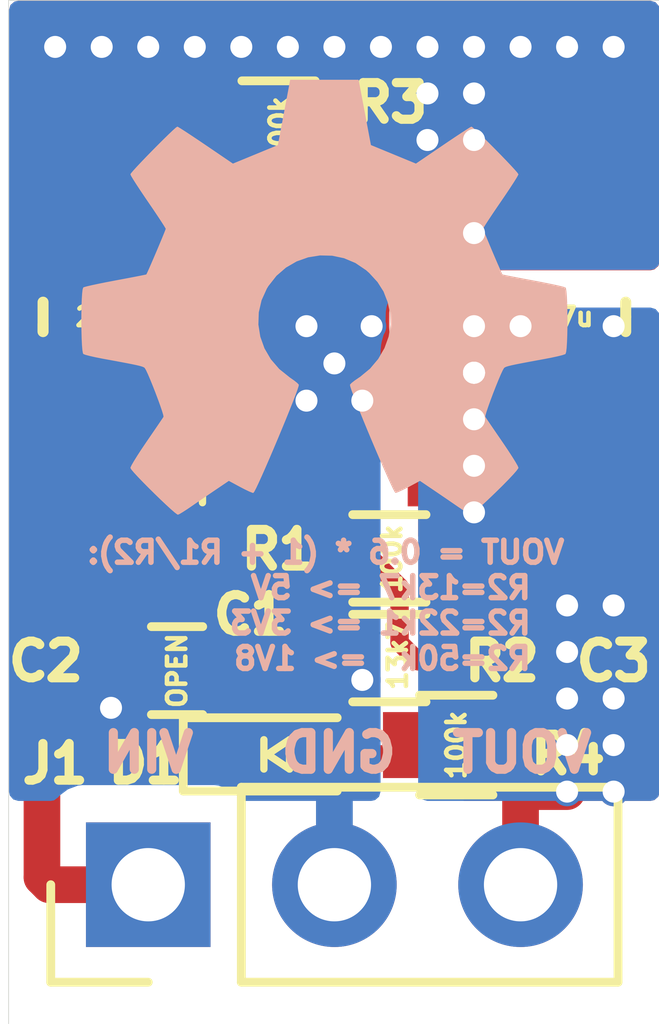
<source format=kicad_pcb>
(kicad_pcb (version 20221018) (generator pcbnew)
  (layers (0 "F.Cu" power) (31 "B.Cu" power) (34 "B.Paste" user) (35 "F.Paste" user) (36 "B.SilkS" user "B.Silkscreen") (37 "F.SilkS" user "F.Silkscreen") (38 "B.Mask" user) (39 "F.Mask" user) (44 "Edge.Cuts" user))
  (net 0 "")
  (net 1 "Net-(A1-Pad6)")
  (net 2 "GND")
  (net 3 "+5V")
  (net 4 "VCC")
  (net 5 "/EN")
  (net 6 "/FB")
  (net 7 "/PGOOD")
  (net 8 "/SS")
  (net 9 "Net-(D1-Pad2)")
  (footprint "Resistors_SMD:R_0603" (layer "F.Cu") (at 47.498 48.133)
    (fp_text reference "R3" (at 1.524 -0.381) (layer "F.SilkS") (effects (font (size 0.5 0.5) (thickness 0.125))))
    (fp_text value "100k" (at 0.012 0 90) (layer "F.SilkS") (effects (font (size 0.25 0.25) (thickness 0.0625))))
    (fp_line (start -0.5 -0.68) (end 0.5 -0.68) (stroke (width 0.12)) (layer "F.SilkS"))
    (fp_line (start 0.5 0.68) (end -0.5 0.68) (stroke (width 0.12)) (layer "F.SilkS"))
    (pad "1" smd rect (at -0.75 0) (size 0.5 0.9) (layers "F.Cu" "F.Paste" "F.Mask") (net 4 "VCC"))
    (pad "2" smd rect (at 0.75 0) (size 0.5 0.9) (layers "F.Cu" "F.Paste" "F.Mask") (net 5 "/EN"))
  )
  (footprint "Pin_Headers:Pin_Header_Straight_1x03_Pitch2.54mm" (layer "F.Cu") (at 45.72 58.42 90)
    (fp_text reference "J1" (at 1.651 -1.27 180) (layer "F.SilkS") (effects (font (size 0.5 0.5) (thickness 0.125))))
    (fp_text value "Conn_01x03" hide)
    (fp_text user "VIN" (at 1.8 0 180) (layer "B.SilkS") (effects (font (size 0.5 0.5) (thickness 0.125)) (justify mirror)))
    (fp_text user "GND" (at 1.8 2.6 180) (layer "B.SilkS") (effects (font (size 0.5 0.5) (thickness 0.125)) (justify mirror)))
    (fp_text user "VOUT" (at 1.8 5.1 180) (layer "B.SilkS") (effects (font (size 0.5 0.5) (thickness 0.125)) (justify mirror)))
    (fp_line (start -1.33 -1.33) (end 0 -1.33) (stroke (width 0.12)) (layer "F.SilkS"))
    (fp_line (start -1.33 0) (end -1.33 -1.33) (stroke (width 0.12)) (layer "F.SilkS"))
    (fp_line (start -1.33 1.27) (end -1.33 6.41) (stroke (width 0.12)) (layer "F.SilkS"))
    (fp_line (start -1.33 1.27) (end 1.33 1.27) (stroke (width 0.12)) (layer "F.SilkS"))
    (fp_line (start -1.33 6.41) (end 1.33 6.41) (stroke (width 0.12)) (layer "F.SilkS"))
    (fp_line (start 1.33 1.27) (end 1.33 6.41) (stroke (width 0.12)) (layer "F.SilkS"))
    (pad "1" thru_hole rect (at 0 0 90) (size 1.7 1.7) (drill 1) (layers "*.Cu" "*.Mask") (net 4 "VCC"))
    (pad "2" thru_hole oval (at 0 2.54 90) (size 1.7 1.7) (drill 1) (layers "*.Cu" "*.Mask") (net 2 "GND"))
    (pad "3" thru_hole oval (at 0 5.08 90) (size 1.7 1.7) (drill 1) (layers "*.Cu" "*.Mask") (net 3 "+5V"))
  )
  (footprint "Power_Module_SMD_Cyntec_MUN12AD:QFN-8-3EP_3.4x3.4x1.4mm_P0.8mm_Cyntec_MUN12AD03-SH" (layer "F.Cu") (at 48.26 51.308 90)
    (fp_text reference "A1" (at 2.3114 -1.651 180) (layer "F.SilkS") (effects (font (size 0.5 0.5) (thickness 0.125))))
    (fp_text value "MUN12AD03-SH" (at 2.2098 0.6096 180) (layer "F.SilkS") (effects (font (size 0.25 0.25) (thickness 0.0625))))
    (fp_line (start -1.7 1.8) (end 1.7 1.8) (stroke (width 0.1)) (layer "F.SilkS"))
    (fp_line (start 1.7 -1.8) (end -1.9 -1.8) (stroke (width 0.1)) (layer "F.SilkS"))
    (pad "1" smd rect (at -1.6 -1.2 90) (size 0.7 0.4) (layers "F.Cu" "F.Paste" "F.Mask") (net 8 "/SS"))
    (pad "2" smd rect (at -1.6 0.4 90) (size 0.7 0.4) (layers "F.Cu" "F.Paste" "F.Mask") (net 6 "/FB"))
    (pad "3" smd rect (at -1.6 -0.4 90) (size 0.7 0.4) (layers "F.Cu" "F.Paste" "F.Mask") (net 7 "/PGOOD"))
    (pad "4" smd rect (at -1.6 1.2 90) (size 0.7 0.4) (layers "F.Cu" "F.Paste" "F.Mask") (net 3 "+5V"))
    (pad "5" smd rect (at 1.6 1.2 90) (size 0.7 0.4) (layers "F.Cu" "F.Paste" "F.Mask") (net 2 "GND"))
    (pad "6" smd rect (at 1.6 0.4 90) (size 0.7 0.4) (layers "F.Cu" "F.Paste" "F.Mask") (net 1 "Net-(A1-Pad6)"))
    (pad "7" smd rect (at 1.6 -0.4 90) (size 0.7 0.4) (layers "F.Cu" "F.Paste" "F.Mask") (net 5 "/EN"))
    (pad "8" smd rect (at 1.6 -1.2 90) (size 0.7 0.4) (layers "F.Cu" "F.Paste" "F.Mask") (net 4 "VCC"))
    (pad "9" smd rect (at 0 1.375 90) (size 1.2 0.55) (layers "F.Cu" "F.Paste" "F.Mask") (net 3 "+5V"))
    (pad "10" smd custom (at 0 0 90) (size 1.8 1) (layers "F.Cu" "F.Paste" "F.Mask") (net 2 "GND") (options (clearance outline) (anchor rect)) (primitives (gr_poly (pts (xy -0.9 -0.5) (xy -0.65 -0.75) (xy 0.9 -0.75) (xy 0.9 0.75) (xy -0.9 0.75)) (width 0) (fill yes))))
    (pad "11" smd rect (at -0.05 -1.375 90) (size 1.2 0.55) (layers "F.Cu" "F.Paste" "F.Mask") (net 2 "GND"))
  )
  (footprint "Resistors_SMD:R_0603" (layer "F.Cu") (at 49.01 55.245 180)
    (fp_text reference "R2" (at -1.536 -0.127) (layer "F.SilkS") (effects (font (size 0.5 0.5) (thickness 0.125))))
    (fp_text value "13k7" (at -0.1136 -0.0508 270) (layer "F.SilkS") (effects (font (size 0.25 0.25) (thickness 0.0625))))
    (fp_line (start -0.5 -0.68) (end 0.5 -0.68) (stroke (width 0.12)) (layer "F.SilkS"))
    (fp_line (start 0.5 0.68) (end -0.5 0.68) (stroke (width 0.12)) (layer "F.SilkS"))
    (pad "1" smd rect (at -0.75 0 180) (size 0.5 0.9) (layers "F.Cu" "F.Paste" "F.Mask") (net 6 "/FB"))
    (pad "2" smd rect (at 0.75 0 180) (size 0.5 0.9) (layers "F.Cu" "F.Paste" "F.Mask") (net 2 "GND"))
  )
  (footprint "Resistors_SMD:R_0603" (layer "F.Cu") (at 49.01 54.0512 180)
    (fp_text reference "R1" (at 1.512 0.2032 180) (layer "F.SilkS") (effects (font (size 0.5 0.5) (thickness 0.125))))
    (fp_text value "100k" (at -0.0374 0.0762 270) (layer "F.SilkS") (effects (font (size 0.25 0.25) (thickness 0.0625))))
    (fp_line (start -0.5 -0.68) (end 0.5 -0.68) (stroke (width 0.12)) (layer "F.SilkS"))
    (fp_line (start 0.5 0.68) (end -0.5 0.68) (stroke (width 0.12)) (layer "F.SilkS"))
    (pad "1" smd rect (at -0.75 0 180) (size 0.5 0.9) (layers "F.Cu" "F.Paste" "F.Mask") (net 3 "+5V"))
    (pad "2" smd rect (at 0.75 0 180) (size 0.5 0.9) (layers "F.Cu" "F.Paste" "F.Mask") (net 6 "/FB"))
  )
  (footprint "Resistors_SMD:R_0603" (layer "F.Cu") (at 49.923 56.515)
    (fp_text reference "R4" (at 1.524 0.127) (layer "F.SilkS") (effects (font (size 0.5 0.5) (thickness 0.125))))
    (fp_text value "100k" (at 0 0 90) (layer "F.SilkS") (effects (font (size 0.25 0.25) (thickness 0.0625))))
    (fp_line (start -0.5 -0.68) (end 0.5 -0.68) (stroke (width 0.12)) (layer "F.SilkS"))
    (fp_line (start 0.5 0.68) (end -0.5 0.68) (stroke (width 0.12)) (layer "F.SilkS"))
    (pad "1" smd rect (at -0.75 0) (size 0.5 0.9) (layers "F.Cu" "F.Paste" "F.Mask") (net 9 "Net-(D1-Pad2)"))
    (pad "2" smd rect (at 0.75 0) (size 0.5 0.9) (layers "F.Cu" "F.Paste" "F.Mask") (net 3 "+5V"))
  )
  (footprint "Capacitors_SMD:C_0603" (layer "F.Cu") (at 46.113 55.499 180)
    (fp_text reference "C1" (at -1.004 0.762) (layer "F.SilkS") (effects (font (size 0.5 0.5) (thickness 0.125))))
    (fp_text value "OPEN" (at 0 0 -90) (layer "F.SilkS") (effects (font (size 0.25 0.25) (thickness 0.0625))))
    (fp_line (start -0.35 -0.6) (end 0.35 -0.6) (stroke (width 0.12)) (layer "F.SilkS"))
    (fp_line (start 0.35 0.6) (end -0.35 0.6) (stroke (width 0.12)) (layer "F.SilkS"))
    (pad "1" smd rect (at -0.75 0 180) (size 0.8 0.75) (layers "F.Cu" "F.Paste" "F.Mask") (net 8 "/SS"))
    (pad "2" smd rect (at 0.75 0 180) (size 0.8 0.75) (layers "F.Cu" "F.Paste" "F.Mask") (net 2 "GND"))
  )
  (footprint "Resistors_Universal:Resistor_SMDuniversal_0805to1206_HandSoldering" (layer "F.Cu") (at 45.085 50.673 90)
    (fp_text reference "C2" (at -4.699 -0.762) (layer "F.SilkS") (effects (font (size 0.5 0.5) (thickness 0.125))))
    (fp_text value "22u" (at 0 0) (layer "F.SilkS") (effects (font (size 0.25 0.25) (thickness 0.0625))))
    (fp_line (start -0.20066 -0.8001) (end 0.20066 -0.8001) (stroke (width 0.15)) (layer "F.SilkS"))
    (fp_line (start -0.09906 -0.8001) (end -0.20066 -0.8001) (stroke (width 0.15)) (layer "F.SilkS"))
    (fp_line (start 0 0.8001) (end -0.20066 0.8001) (stroke (width 0.15)) (layer "F.SilkS"))
    (fp_line (start 0 0.8001) (end 0.20066 0.8001) (stroke (width 0.15)) (layer "F.SilkS"))
    (pad "1" smd trapezoid (at -2.413 0 90) (size 3.50012 1.99898) (rect_delta 0.39878 0) (layers "F.Cu" "F.Paste" "F.Mask") (net 4 "VCC"))
    (pad "2" smd trapezoid (at 2.413 0 270) (size 3.50012 1.99898) (rect_delta 0.39878 0) (layers "F.Cu" "F.Paste" "F.Mask") (net 2 "GND"))
  )
  (footprint "Resistors_Universal:Resistor_SMDuniversal_0805to1206_HandSoldering" (layer "F.Cu") (at 51.435 50.673 90)
    (fp_text reference "C3" (at -4.699 0.635 180) (layer "F.SilkS") (effects (font (size 0.5 0.5) (thickness 0.125))))
    (fp_text value "47u" (at 0 0 180) (layer "F.SilkS") (effects (font (size 0.25 0.25) (thickness 0.0625))))
    (fp_line (start -0.20066 -0.8001) (end 0.20066 -0.8001) (stroke (width 0.15)) (layer "F.SilkS"))
    (fp_line (start -0.09906 -0.8001) (end -0.20066 -0.8001) (stroke (width 0.15)) (layer "F.SilkS"))
    (fp_line (start 0 0.8001) (end -0.20066 0.8001) (stroke (width 0.15)) (layer "F.SilkS"))
    (fp_line (start 0 0.8001) (end 0.20066 0.8001) (stroke (width 0.15)) (layer "F.SilkS"))
    (pad "1" smd trapezoid (at -2.413 0 90) (size 3.50012 1.99898) (rect_delta 0.39878 0) (layers "F.Cu" "F.Paste" "F.Mask") (net 3 "+5V"))
    (pad "2" smd trapezoid (at 2.413 0 270) (size 3.50012 1.99898) (rect_delta 0.39878 0) (layers "F.Cu" "F.Paste" "F.Mask") (net 2 "GND"))
  )
  (footprint "LEDs:LED_0603" (layer "F.Cu") (at 47.498 56.642)
    (fp_text reference "D1" (at -1.816 0.127) (layer "F.SilkS") (effects (font (size 0.5 0.5) (thickness 0.125))))
    (fp_text value "LED")
    (fp_line (start -1.3 -0.5) (end -1.3 0.5) (stroke (width 0.12)) (layer "F.SilkS"))
    (fp_line (start -1.3 -0.5) (end 0.8 -0.5) (stroke (width 0.12)) (layer "F.SilkS"))
    (fp_line (start -1.3 0.5) (end 0.8 0.5) (stroke (width 0.12)) (layer "F.SilkS"))
    (fp_line (start -0.2 -0.2) (end -0.2 0.2) (stroke (width 0.1)) (layer "F.SilkS"))
    (fp_line (start -0.15 0) (end 0.15 -0.2) (stroke (width 0.1)) (layer "F.SilkS"))
    (fp_line (start 0.15 -0.2) (end 0.15 0.2) (stroke (width 0.1)) (layer "F.SilkS"))
    (fp_line (start 0.15 0.2) (end -0.15 0) (stroke (width 0.1)) (layer "F.SilkS"))
    (pad "1" smd rect (at -0.8 0 180) (size 0.8 0.8) (layers "F.Cu" "F.Paste" "F.Mask") (net 7 "/PGOOD"))
    (pad "2" smd rect (at 0.8 0 180) (size 0.8 0.8) (layers "F.Cu" "F.Paste" "F.Mask") (net 9 "Net-(D1-Pad2)"))
  )
  (footprint "Symbols:OSHW-Symbol_6.7x6mm_SilkScreen" (layer "B.Cu") (at 48.133 50.419 180)
    (fp_text reference "REF***" hide)
    (fp_text value "OSHW-Symbol_6.7x6mm_SilkScreen" hide)
    (fp_poly (pts (xy 0.555814 2.531069) (xy 0.639635 2.086445) (xy 0.94892 1.958947) (xy 1.258206 1.831449) (xy 1.629246 2.083754) (xy 1.733157 2.154004) (xy 1.827087 2.216728) (xy 1.906652 2.269062) (xy 1.96747 2.308143) (xy 2.005157 2.331107) (xy 2.015421 2.336058) (xy 2.03391 2.323324) (xy 2.07342 2.288118) (xy 2.129522 2.234938) (xy 2.197787 2.168282) (xy 2.273786 2.092646) (xy 2.353092 2.012528) (xy 2.431275 1.932426) (xy 2.503907 1.856836) (xy 2.566559 1.790255) (xy 2.614803 1.737182) (xy 2.64421 1.702113) (xy 2.651241 1.690377) (xy 2.641123 1.66874) (xy 2.612759 1.621338) (xy 2.569129 1.552807) (xy 2.513218 1.467785) (xy 2.448006 1.370907) (xy 2.410219 1.31565) (xy 2.341343 1.214752) (xy 2.28014 1.123701) (xy 2.229578 1.04703) (xy 2.192628 0.989272) (xy 2.172258 0.954957) (xy 2.169197 0.947746) (xy 2.176136 0.927252) (xy 2.195051 0.879487) (xy 2.223087 0.811168) (xy 2.257391 0.729011) (xy 2.295109 0.63973) (xy 2.333387 0.550042) (xy 2.36937 0.466662) (xy 2.400206 0.396306) (xy 2.423039 0.34569) (xy 2.435017 0.321529) (xy 2.435724 0.320578) (xy 2.454531 0.315964) (xy 2.504618 0.305672) (xy 2.580793 0.290713) (xy 2.677865 0.272099) (xy 2.790643 0.250841) (xy 2.856442 0.238582) (xy 2.97695 0.215638) (xy 3.085797 0.193805) (xy 3.177476 0.174278) (xy 3.246481 0.158252) (xy 3.287304 0.146921) (xy 3.295511 0.143326) (xy 3.303548 0.118994) (xy 3.310033 0.064041) (xy 3.31497 -0.015108) (xy 3.318364 -0.112026) (xy 3.320218 -0.220287) (xy 3.320538 -0.333465) (xy 3.319327 -0.445135) (xy 3.31659 -0.548868) (xy 3.312331 -0.638241) (xy 3.306555 -0.706826) (xy 3.299267 -0.748197) (xy 3.294895 -0.75681) (xy 3.268764 -0.767133) (xy 3.213393 -0.781892) (xy 3.136107 -0.799352) (xy 3.04423 -0.81778) (xy 3.012158 -0.823741) (xy 2.857524 -0.852066) (xy 2.735375 -0.874876) (xy 2.641673 -0.89308) (xy 2.572384 -0.907583) (xy 2.523471 -0.919292) (xy 2.490897 -0.929115) (xy 2.470628 -0.937956) (xy 2.458626 -0.946724) (xy 2.456947 -0.948457) (xy 2.440184 -0.976371) (xy 2.414614 -1.030695) (xy 2.382788 -1.104777) (xy 2.34726 -1.191965) (xy 2.310583 -1.285608) (xy 2.275311 -1.379052) (xy 2.243996 -1.465647) (xy 2.219193 -1.53874) (xy 2.203454 -1.591678) (xy 2.199332 -1.617811) (xy 2.199676 -1.618726) (xy 2.213641 -1.640086) (xy 2.245322 -1.687084) (xy 2.291391 -1.754827) (xy 2.348518 -1.838423) (xy 2.413373 -1.932982) (xy 2.431843 -1.959854) (xy 2.497699 -2.057275) (xy 2.55565 -2.146163) (xy 2.602538 -2.221412) (xy 2.635207 -2.27792) (xy 2.6505 -2.310581) (xy 2.651241 -2.314593) (xy 2.638392 -2.335684) (xy 2.602888 -2.377464) (xy 2.549293 -2.435445) (xy 2.482171 -2.505135) (xy 2.406087 -2.582045) (xy 2.325604 -2.661683) (xy 2.245287 -2.739561) (xy 2.169699 -2.811186) (xy 2.103405 -2.87207) (xy 2.050969 -2.917721) (xy 2.016955 -2.94365) (xy 2.007545 -2.947883) (xy 1.985643 -2.937912) (xy 1.9408 -2.91102) (xy 1.880321 -2.871736) (xy 1.833789 -2.840117) (xy 1.749475 -2.782098) (xy 1.649626 -2.713784) (xy 1.549473 -2.645579) (xy 1.495627 -2.609075) (xy 1.313371 -2.4858) (xy 1.160381 -2.56852) (xy 1.090682 -2.604759) (xy 1.031414 -2.632926) (xy 0.991311 -2.648991) (xy 0.981103 -2.651226) (xy 0.968829 -2.634722) (xy 0.944613 -2.588082) (xy 0.910263 -2.515609) (xy 0.867588 -2.421606) (xy 0.818394 -2.310374) (xy 0.76449 -2.186215) (xy 0.707684 -2.053432) (xy 0.649782 -1.916327) (xy 0.592593 -1.779202) (xy 0.537924 -1.646358) (xy 0.487584 -1.522098) (xy 0.44338 -1.410725) (xy 0.407119 -1.316539) (xy 0.380609 -1.243844) (xy 0.365658 -1.196941) (xy 0.363254 -1.180833) (xy 0.382311 -1.160286) (xy 0.424036 -1.126933) (xy 0.479706 -1.087702) (xy 0.484378 -1.084599) (xy 0.628264 -0.969423) (xy 0.744283 -0.835053) (xy 0.83143 -0.685784) (xy 0.888699 -0.525913) (xy 0.915086 -0.359737) (xy 0.909585 -0.191552) (xy 0.87119 -0.025655) (xy 0.798895 0.133658) (xy 0.777626 0.168513) (xy 0.666996 0.309263) (xy 0.536302 0.422286) (xy 0.390064 0.506997) (xy 0.232808 0.562806) (xy 0.069057 0.589126) (xy -0.096667 0.58537) (xy -0.259838 0.55095) (xy -0.415935 0.485277) (xy -0.560433 0.387765) (xy -0.605131 0.348187) (xy -0.718888 0.224297) (xy -0.801782 0.093876) (xy -0.858644 -0.052315) (xy -0.890313 -0.197088) (xy -0.898131 -0.35986) (xy -0.872062 -0.52344) (xy -0.814755 -0.682298) (xy -0.728856 -0.830906) (xy -0.617014 -0.963735) (xy -0.481877 -1.075256) (xy -0.464117 -1.087011) (xy -0.40785 -1.125508) (xy -0.365077 -1.158863) (xy -0.344628 -1.18016) (xy -0.344331 -1.180833) (xy -0.348721 -1.203871) (xy -0.366124 -1.256157) (xy -0.394732 -1.33339) (xy -0.432735 -1.431268) (xy -0.478326 -1.545491) (xy -0.529697 -1.671758) (xy -0.585038 -1.805767) (xy -0.642542 -1.943218) (xy -0.700399 -2.079808) (xy -0.756802 -2.211237) (xy -0.809942 -2.333205) (xy -0.85801 -2.441409) (xy -0.899199 -2.531549) (xy -0.931699 -2.599323) (xy -0.953703 -2.64043) (xy -0.962564 -2.651226) (xy -0.98964 -2.642819) (xy -1.040303 -2.620272) (xy -1.105817 -2.587613) (xy -1.141841 -2.56852) (xy -1.294832 -2.4858) (xy -1.477088 -2.609075) (xy -1.570125 -2.672228) (xy -1.671985 -2.741727) (xy -1.767438 -2.807165) (xy -1.81525 -2.840117) (xy -1.882495 -2.885273) (xy -1.939436 -2.921057) (xy -1.978646 -2.942938) (xy -1.991381 -2.947563) (xy -2.009917 -2.935085) (xy -2.050941 -2.900252) (xy -2.110475 -2.846678) (xy -2.184542 -2.777983) (xy -2.269165 -2.697781) (xy -2.322685 -2.646286) (xy -2.416319 -2.554286) (xy -2.497241 -2.471999) (xy -2.562177 -2.402945) (xy -2.607858 -2.350644) (xy -2.631011 -2.318616) (xy -2.633232 -2.312116) (xy -2.622924 -2.287394) (xy -2.594439 -2.237405) (xy -2.550937 -2.167212) (xy -2.495577 -2.081875) (xy -2.43152 -1.986456) (xy -2.413303 -1.959854) (xy -2.346927 -1.863167) (xy -2.287378 -1.776117) (xy -2.237984 -1.703595) (xy -2.202075 -1.650493) (xy -2.182981 -1.621703) (xy -2.181136 -1.618726) (xy -2.183895 -1.595782) (xy -2.198538 -1.545336) (xy -2.222513 -1.474041) (xy -2.253266 -1.388547) (xy -2.288244 -1.295507) (xy -2.324893 -1.201574) (xy -2.360661 -1.113399) (xy -2.392994 -1.037634) (xy -2.419338 -0.980931) (xy -2.437142 -0.949943) (xy -2.438407 -0.948457) (xy -2.449294 -0.939601) (xy -2.467682 -0.930843) (xy -2.497606 -0.921277) (xy -2.543103 -0.909996) (xy -2.608209 -0.896093) (xy -2.696961 -0.878663) (xy -2.813393 -0.856798) (xy -2.961542 -0.829591) (xy -2.993618 -0.823741) (xy -3.088686 -0.805374) (xy -3.171565 -0.787405) (xy -3.23493 -0.771569) (xy -3.271458 -0.7596) (xy -3.276356 -0.75681) (xy -3.284427 -0.732072) (xy -3.290987 -0.67679) (xy -3.296033 -0.597389) (xy -3.299559 -0.500296) (xy -3.301561 -0.391938) (xy -3.302036 -0.27874) (xy -3.300977 -0.167128) (xy -3.298382 -0.063529) (xy -3.294246 0.025632) (xy -3.288563 0.093928) (xy -3.281331 0.134934) (xy -3.276971 0.143326) (xy -3.252698 0.151792) (xy -3.197426 0.165565) (xy -3.116662 0.18345) (xy -3.015912 0.204252) (xy -2.900683 0.226777) (xy -2.837902 0.238582) (xy -2.718787 0.260849) (xy -2.612565 0.281021) (xy -2.524427 0.298085) (xy -2.459566 0.311031) (xy -2.423174 0.318845) (xy -2.417184 0.320578) (xy -2.407061 0.34011) (xy -2.385662 0.387157) (xy -2.355839 0.454997) (xy -2.320445 0.536909) (xy -2.282332 0.626172) (xy -2.244353 0.716065) (xy -2.20936 0.799865) (xy -2.180206 0.870853) (xy -2.159743 0.922306) (xy -2.150823 0.947503) (xy -2.150657 0.948604) (xy -2.160769 0.968481) (xy -2.189117 1.014223) (xy -2.232723 1.081283) (xy -2.288606 1.165116) (xy -2.353787 1.261174) (xy -2.391679 1.31635) (xy -2.460725 1.417519) (xy -2.52205 1.50937) (xy -2.572663 1.587256) (xy -2.609571 1.646531) (xy -2.629782 1.682549) (xy -2.632701 1.690623) (xy -2.620153 1.709416) (xy -2.585463 1.749543) (xy -2.533063 1.806507) (xy -2.467384 1.875815) (xy -2.392856 1.952969) (xy -2.313913 2.033475) (xy -2.234983 2.112837) (xy -2.1605 2.18656) (xy -2.094894 2.250148) (xy -2.042596 2.299106) (xy -2.008039 2.328939) (xy -1.996478 2.336058) (xy -1.977654 2.326047) (xy -1.932631 2.297922) (xy -1.865787 2.254546) (xy -1.781499 2.198782) (xy -1.684144 2.133494) (xy -1.610707 2.083754) (xy -1.239667 1.831449) (xy -0.621095 2.086445) (xy -0.537275 2.531069) (xy -0.453454 2.975693) (xy 0.471994 2.975693) (xy 0.555814 2.531069)) (stroke (width 0.01)) (fill solid) (layer "B.SilkS"))
  )
  (gr_line (start 43.815 60.325) (end 52.705 60.325) (stroke (width 0.01)) (layer "Edge.Cuts"))
  (gr_line (start 43.815 60.325) (end 43.815 46.355) (stroke (width 0.01)) (layer "Edge.Cuts"))
  (gr_line (start 52.705 46.355) (end 52.705 60.325) (stroke (width 0.01)) (layer "Edge.Cuts"))
  (gr_line (start 43.815 46.355) (end 52.705 46.355) (stroke (width 0.01)) (layer "Edge.Cuts"))
  (gr_text "VOUT = 0.6 * (1 + R1/R2):\n  R2=13k7 => 5V\n  R2=22k1 => 3V3\n  R2=50k  => 1V8" (at 51.435 54.61) (layer "B.SilkS") (effects (font (size 0.3 0.3) (thickness 0.075)) (justify left mirror)))
  (segment (start 45.224 55.995) (end 45.212 56.007) (width 0.5) (layer "F.Cu") (net 2))
  (segment (start 46.885 51.358) (end 48.21 51.358) (width 0.5) (layer "F.Cu") (net 2))
  (segment (start 48.387 55.372) (end 48.641 55.626) (width 0.5) (layer "F.Cu") (net 2))
  (segment (start 48.21 51.358) (end 48.26 51.308) (width 0.5) (layer "F.Cu") (net 2))
  (segment (start 45.224 55.499) (end 45.224 55.995) (width 0.5) (layer "F.Cu") (net 2))
  (segment (start 48.26 55.372) (end 48.387 55.372) (width 0.5) (layer "F.Cu") (net 2))
  (via (at 47.879 50.8) (size 0.4) (drill 0.3) (layers "F.Cu" "B.Cu") (net 2))
  (via (at 48.641 55.626) (size 0.4) (drill 0.3) (layers "F.Cu" "B.Cu") (net 2))
  (via (at 52.07 46.99) (size 0.4) (drill 0.3) (layers "F.Cu" "B.Cu") (net 2))
  (via (at 47.625 46.99) (size 0.4) (drill 0.3) (layers "F.Cu" "B.Cu") (net 2))
  (via (at 49.53 46.99) (size 0.4) (drill 0.3) (layers "F.Cu" "B.Cu") (net 2))
  (via (at 50.8 46.99) (size 0.4) (drill 0.3) (layers "F.Cu" "B.Cu") (net 2))
  (via (at 49.53 47.625) (size 0.4) (drill 0.3) (layers "F.Cu" "B.Cu") (net 2))
  (via (at 49.53 48.26) (size 0.4) (drill 0.3) (layers "F.Cu" "B.Cu") (net 2))
  (via (at 48.895 46.99) (size 0.4) (drill 0.3) (layers "F.Cu" "B.Cu") (net 2))
  (via (at 44.45 46.99) (size 0.4) (drill 0.3) (layers "F.Cu" "B.Cu") (net 2))
  (via (at 48.641 51.816) (size 0.4) (drill 0.3) (layers "F.Cu" "B.Cu") (net 2))
  (via (at 45.72 46.99) (size 0.4) (drill 0.3) (layers "F.Cu" "B.Cu") (net 2))
  (via (at 50.165 47.625) (size 0.4) (drill 0.3) (layers "F.Cu" "B.Cu") (net 2))
  (via (at 50.165 48.26) (size 0.4) (drill 0.3) (layers "F.Cu" "B.Cu") (net 2))
  (via (at 48.26 46.99) (size 0.4) (drill 0.3) (layers "F.Cu" "B.Cu") (net 2))
  (via (at 48.768 50.8) (size 0.4) (drill 0.3) (layers "F.Cu" "B.Cu") (net 2))
  (via (at 45.085 46.99) (size 0.4) (drill 0.3) (layers "F.Cu" "B.Cu") (net 2))
  (via (at 46.355 46.99) (size 0.4) (drill 0.3) (layers "F.Cu" "B.Cu") (net 2))
  (via (at 48.26 51.308) (size 0.4) (drill 0.3) (layers "F.Cu" "B.Cu") (net 2))
  (via (at 46.99 46.99) (size 0.4) (drill 0.3) (layers "F.Cu" "B.Cu") (net 2))
  (via (at 50.165 49.53) (size 0.4) (drill 0.3) (layers "F.Cu" "B.Cu") (net 2))
  (via (at 45.212 56.007) (size 0.4) (drill 0.3) (layers "F.Cu" "B.Cu") (net 2))
  (via (at 47.879 51.816) (size 0.4) (drill 0.3) (layers "F.Cu" "B.Cu") (net 2))
  (via (at 51.435 46.99) (size 0.4) (drill 0.3) (layers "F.Cu" "B.Cu") (net 2))
  (via (at 50.165 46.99) (size 0.4) (drill 0.3) (layers "F.Cu" "B.Cu") (net 2))
  (segment (start 48.26 58.42) (end 48.26 57.277) (width 0.5) (layer "B.Cu") (net 2))
  (segment (start 48.26 58.42) (end 48.26 56.007) (width 0.5) (layer "B.Cu") (net 2))
  (segment (start 48.26 56.007) (end 48.641 55.626) (width 0.5) (layer "B.Cu") (net 2))
  (segment (start 50.4698 54.0512) (end 51.435 53.086) (width 0.5) (layer "F.Cu") (net 3))
  (segment (start 50.534 56.769) (end 51.181 56.769) (width 0.5) (layer "F.Cu") (net 3))
  (segment (start 50.8 58.42) (end 50.8 57.15) (width 0.5) (layer "F.Cu") (net 3))
  (segment (start 51.181 56.769) (end 51.435 56.515) (width 0.5) (layer "F.Cu") (net 3))
  (segment (start 50.8 57.15) (end 51.435 57.15) (width 0.5) (layer "F.Cu") (net 3))
  (segment (start 49.76 54.0512) (end 50.4698 54.0512) (width 0.5) (layer "F.Cu") (net 3))
  (via (at 50.165 51.435) (size 0.4) (drill 0.3) (layers "F.Cu" "B.Cu") (net 3))
  (via (at 50.165 51.435) (size 0.4) (drill 0.3) (layers "F.Cu" "B.Cu") (net 3))
  (via (at 50.165 51.435) (size 0.4) (drill 0.3) (layers "F.Cu" "B.Cu") (net 3))
  (via (at 52.07 55.88) (size 0.4) (drill 0.3) (layers "F.Cu" "B.Cu") (net 3))
  (via (at 50.165 51.435) (size 0.4) (drill 0.3) (layers "F.Cu" "B.Cu") (net 3))
  (via (at 50.165 51.435) (size 0.4) (drill 0.3) (layers "F.Cu" "B.Cu") (net 3))
  (via (at 51.435 55.88) (size 0.4) (drill 0.3) (layers "F.Cu" "B.Cu") (net 3))
  (via (at 51.435 57.15) (size 0.4) (drill 0.3) (layers "F.Cu" "B.Cu") (net 3))
  (via (at 50.165 51.435) (size 0.4) (drill 0.3) (layers "F.Cu" "B.Cu") (net 3))
  (via (at 52.07 57.15) (size 0.4) (drill 0.3) (layers "F.Cu" "B.Cu") (net 3))
  (via (at 50.165 51.435) (size 0.4) (drill 0.3) (layers "F.Cu" "B.Cu") (net 3))
  (via (at 50.165 50.8) (size 0.4) (drill 0.3) (layers "F.Cu" "B.Cu") (net 3))
  (via (at 52.07 56.515) (size 0.4) (drill 0.3) (layers "F.Cu" "B.Cu") (net 3))
  (via (at 51.435 56.515) (size 0.4) (drill 0.3) (layers "F.Cu" "B.Cu") (net 3))
  (via (at 50.8 50.8) (size 0.4) (drill 0.3) (layers "F.Cu" "B.Cu") (net 3))
  (via (at 52.07 50.8) (size 0.4) (drill 0.3) (layers "F.Cu" "B.Cu") (net 3))
  (via (at 51.435 54.61) (size 0.4) (drill 0.3) (layers "F.Cu" "B.Cu") (net 3))
  (via (at 50.165 52.07) (size 0.4) (drill 0.3) (layers "F.Cu" "B.Cu") (net 3))
  (via (at 51.435 55.245) (size 0.4) (drill 0.3) (layers "F.Cu" "B.Cu") (net 3))
  (via (at 50.165 52.705) (size 0.4) (drill 0.3) (layers "F.Cu" "B.Cu") (net 3))
  (via (at 50.165 53.34) (size 0.4) (drill 0.3) (layers "F.Cu" "B.Cu") (net 3))
  (via (at 52.07 54.61) (size 0.4) (drill 0.3) (layers "F.Cu" "B.Cu") (net 3))
  (segment (start 44.27001 54.78999) (end 44.27001 58.32001) (width 0.5) (layer "F.Cu") (net 4))
  (segment (start 45.085 53.975) (end 44.27001 54.78999) (width 0.5) (layer "F.Cu") (net 4))
  (segment (start 45.085 53.086) (end 45.085 53.975) (width 0.5) (layer "F.Cu") (net 4))
  (segment (start 45.72 58.42) (end 45.466 58.166) (width 0.5) (layer "F.Cu") (net 4))
  (segment (start 46.748 48.653) (end 46.748 48.133) (width 0.5) (layer "F.Cu") (net 4))
  (segment (start 45.085 50.8) (end 45.731572 50.8) (width 0.5) (layer "F.Cu") (net 4))
  (segment (start 45.085 53.086) (end 45.085 50.8) (width 0.5) (layer "F.Cu") (net 4))
  (segment (start 46.823572 49.708) (end 47.06 49.708) (width 0.5) (layer "F.Cu") (net 4))
  (segment (start 47.06 48.965) (end 46.748 48.653) (width 0.5) (layer "F.Cu") (net 4))
  (segment (start 47.06 49.708) (end 47.06 48.965) (width 0.5) (layer "F.Cu") (net 4))
  (segment (start 45.731572 50.8) (end 46.823572 49.708) (width 0.5) (layer "F.Cu") (net 4))
  (segment (start 44.27001 58.32001) (end 44.37 58.42) (width 0.5) (layer "F.Cu") (net 4))
  (segment (start 44.37 58.42) (end 45.72 58.42) (width 0.5) (layer "F.Cu") (net 4))
  (segment (start 47.86 49.708) (end 47.86 49.108) (width 0.25) (layer "F.Cu") (net 5))
  (segment (start 48.248 48.833) (end 48.248 48.133) (width 0.25) (layer "F.Cu") (net 5))
  (segment (start 48.073 48.895) (end 48.186 48.895) (width 0.25) (layer "F.Cu") (net 5))
  (segment (start 47.86 49.108) (end 48.073 48.895) (width 0.25) (layer "F.Cu") (net 5))
  (segment (start 48.186 48.895) (end 48.248 48.833) (width 0.25) (layer "F.Cu") (net 5))
  (segment (start 48.66 53.867) (end 48.8442 54.0512) (width 0.25) (layer "F.Cu") (net 6))
  (segment (start 49.149 54.356) (end 49.149 55.118) (width 0.25) (layer "F.Cu") (net 6))
  (segment (start 48.66 52.908) (end 48.66 53.867) (width 0.25) (layer "F.Cu") (net 6))
  (segment (start 49.149 55.118) (end 49.403 55.372) (width 0.25) (layer "F.Cu") (net 6))
  (segment (start 49.403 55.372) (end 49.76 55.372) (width 0.25) (layer "F.Cu") (net 6))
  (segment (start 48.8442 54.0512) (end 49.149 54.356) (width 0.25) (layer "F.Cu") (net 6))
  (segment (start 48.26 54.0512) (end 48.8442 54.0512) (width 0.25) (layer "F.Cu") (net 6))
  (segment (start 47.572999 56.417001) (end 47.572999 55.981999) (width 0.25) (layer "F.Cu") (net 7))
  (segment (start 47.684999 55.869999) (end 47.684999 53.083001) (width 0.25) (layer "F.Cu") (net 7))
  (segment (start 46.698 56.642) (end 47.348 56.642) (width 0.25) (layer "F.Cu") (net 7))
  (segment (start 47.684999 53.083001) (end 47.86 52.908) (width 0.25) (layer "F.Cu") (net 7))
  (segment (start 47.348 56.642) (end 47.572999 56.417001) (width 0.25) (layer "F.Cu") (net 7))
  (segment (start 47.572999 55.981999) (end 47.684999 55.869999) (width 0.25) (layer "F.Cu") (net 7))
  (segment (start 46.863 55.499) (end 46.863 54.874) (width 0.25) (layer "F.Cu") (net 8))
  (segment (start 47.06 54.677) (end 47.06 52.908) (width 0.25) (layer "F.Cu") (net 8))
  (segment (start 46.863 54.874) (end 47.06 54.677) (width 0.25) (layer "F.Cu") (net 8))
  (segment (start 49.161 56.642) (end 48.298 56.642) (width 0.25) (layer "F.Cu") (net 9))
  (zone (net 3) (net_name "+5V") (layer "F.Cu") (connect_pads yes (clearance 0.508)) (min_thickness 0.254) (fill yes (thermal_gap 0.508) (thermal_bridge_width 0.508))
    (polygon (pts (xy 52.705 57.277) (xy 49.403 57.277) (xy 49.403 50.546) (xy 52.705 50.546)))
  )
  (zone (net 2) (net_name "GND") (layer "F.Cu") (priority 2) (connect_pads yes (clearance 0.508)) (min_thickness 0.254) (fill yes (thermal_gap 0.254) (thermal_bridge_width 0.5))
    (polygon (pts (xy 52.705 50.038) (xy 49.149 50.038) (xy 49.149 52.197) (xy 43.815 52.197) (xy 43.815 46.355) (xy 52.705 46.355)))
  )
  (zone (net 3) (net_name "+5V") (layer "B.Cu") (priority 2) (connect_pads yes (clearance 0.508)) (min_thickness 0.254) (fill yes (thermal_gap 0.254) (thermal_bridge_width 0.5))
    (polygon (pts (xy 52.705 50.546) (xy 49.403 50.546) (xy 49.403 57.277) (xy 52.705 57.277)))
  )
  (zone (net 2) (net_name "GND") (layer "B.Cu") (connect_pads yes (clearance 0.508)) (min_thickness 0.254) (fill yes (thermal_gap 0.254) (thermal_bridge_width 0.5))
    (polygon (pts (xy 52.705 50.038) (xy 49.149 50.038) (xy 49.149 57.277) (xy 43.815 57.277) (xy 43.815 46.355) (xy 52.578 46.355) (xy 52.705 46.355)))
  )
)
</source>
